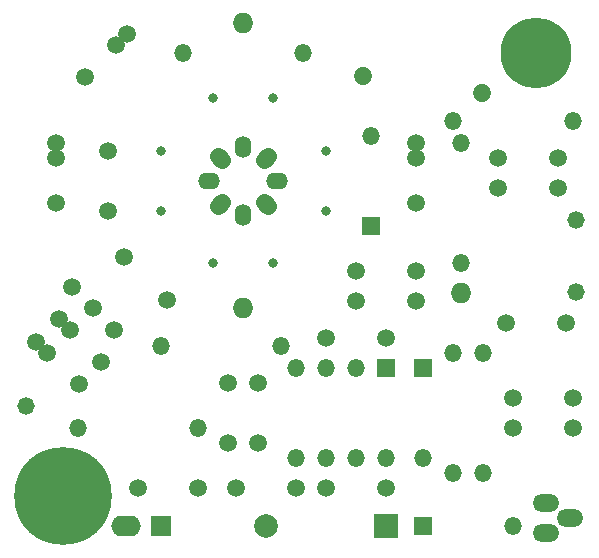
<source format=gbs>
G04 (created by PCBNEW (22-Jun-2014 BZR 4027)-stable) date Mon 25 Jun 2018 12:36:10 AM CDT*
%MOIN*%
G04 Gerber Fmt 3.4, Leading zero omitted, Abs format*
%FSLAX34Y34*%
G01*
G70*
G90*
G04 APERTURE LIST*
%ADD10C,0.00590551*%
%ADD11O,0.0885X0.059*%
%ADD12O,0.059X0.059*%
%ADD13R,0.059X0.059*%
%ADD14R,0.069X0.069*%
%ADD15O,0.099X0.069*%
%ADD16C,0.23622*%
%ADD17C,0.059*%
%ADD18O,0.069X0.069*%
%ADD19R,0.079X0.079*%
%ADD20C,0.079*%
%ADD21C,0.325*%
%ADD22C,0.059*%
%ADD23O,0.058X0.058*%
%ADD24C,0.056*%
%ADD25O,0.072X0.056*%
%ADD26O,0.056X0.072*%
%ADD27O,0.032X0.032*%
G04 APERTURE END LIST*
G54D10*
G54D11*
X95852Y-43250D03*
X96647Y-43750D03*
X95852Y-44250D03*
G54D12*
X92750Y-38250D03*
X92750Y-42250D03*
X93750Y-42250D03*
X93750Y-38250D03*
X83000Y-38000D03*
X87000Y-38000D03*
X83750Y-28250D03*
X87750Y-28250D03*
X84250Y-40750D03*
X80250Y-40750D03*
G54D13*
X90500Y-38750D03*
G54D12*
X89500Y-38750D03*
X88500Y-38750D03*
X87500Y-38750D03*
X87500Y-41750D03*
X88500Y-41750D03*
X90500Y-41750D03*
X89500Y-41750D03*
G54D14*
X83000Y-44000D03*
G54D15*
X81850Y-44000D03*
G54D16*
X95500Y-28250D03*
G54D17*
X94750Y-40750D03*
X96750Y-40750D03*
X91500Y-36500D03*
X89500Y-36500D03*
X85250Y-41250D03*
X85250Y-39250D03*
X86250Y-41250D03*
X86250Y-39250D03*
X88500Y-42750D03*
X90500Y-42750D03*
X81792Y-35042D03*
X83207Y-36457D03*
X81250Y-31500D03*
X81250Y-33500D03*
X96750Y-39750D03*
X94750Y-39750D03*
X90500Y-37750D03*
X88500Y-37750D03*
X87500Y-42750D03*
X85500Y-42750D03*
G54D18*
X85750Y-36750D03*
G54D19*
X90500Y-44000D03*
G54D20*
X86500Y-44000D03*
G54D13*
X91750Y-38750D03*
G54D12*
X91750Y-41750D03*
G54D13*
X90000Y-34000D03*
G54D12*
X90000Y-31000D03*
G54D13*
X91750Y-44000D03*
G54D12*
X94750Y-44000D03*
G54D17*
X81883Y-27616D03*
X80469Y-29030D03*
X81530Y-27969D03*
X79500Y-31250D03*
X79500Y-33250D03*
X79500Y-31750D03*
X91500Y-31250D03*
X91500Y-33250D03*
X91500Y-31750D03*
G54D21*
X79750Y-43000D03*
G54D18*
X85750Y-27250D03*
G54D22*
X89750Y-29000D02*
X89750Y-29000D01*
X93711Y-29556D02*
X93711Y-29556D01*
G54D12*
X96750Y-30500D03*
X92750Y-30500D03*
X93000Y-31250D03*
X93000Y-35250D03*
G54D17*
X94250Y-31750D03*
X96250Y-31750D03*
X96250Y-32750D03*
X94250Y-32750D03*
X96500Y-37250D03*
X94500Y-37250D03*
G54D18*
X93000Y-36250D03*
G54D17*
X79616Y-37116D03*
X81030Y-38530D03*
X79969Y-37469D03*
X78866Y-37866D03*
X80280Y-39280D03*
X79219Y-38219D03*
X80042Y-36042D03*
X81457Y-37457D03*
X80750Y-36750D03*
G54D23*
X96850Y-33800D03*
X96850Y-36200D03*
X78500Y-40000D03*
G54D24*
X85042Y-31792D02*
X84929Y-31679D01*
X86570Y-31679D02*
X86457Y-31792D01*
G54D25*
X86890Y-32500D03*
G54D26*
X85750Y-31359D03*
G54D24*
X86570Y-33320D02*
X86457Y-33207D01*
G54D26*
X85750Y-33640D03*
G54D24*
X85042Y-33207D02*
X84929Y-33320D01*
G54D25*
X84609Y-32500D03*
G54D17*
X84250Y-42750D03*
X82250Y-42750D03*
X91500Y-35500D03*
X89500Y-35500D03*
G54D27*
X84750Y-29750D03*
X86750Y-29750D03*
X83000Y-31500D03*
X83000Y-33500D03*
X88500Y-31500D03*
X88500Y-33500D03*
X86750Y-35250D03*
X84750Y-35250D03*
M02*

</source>
